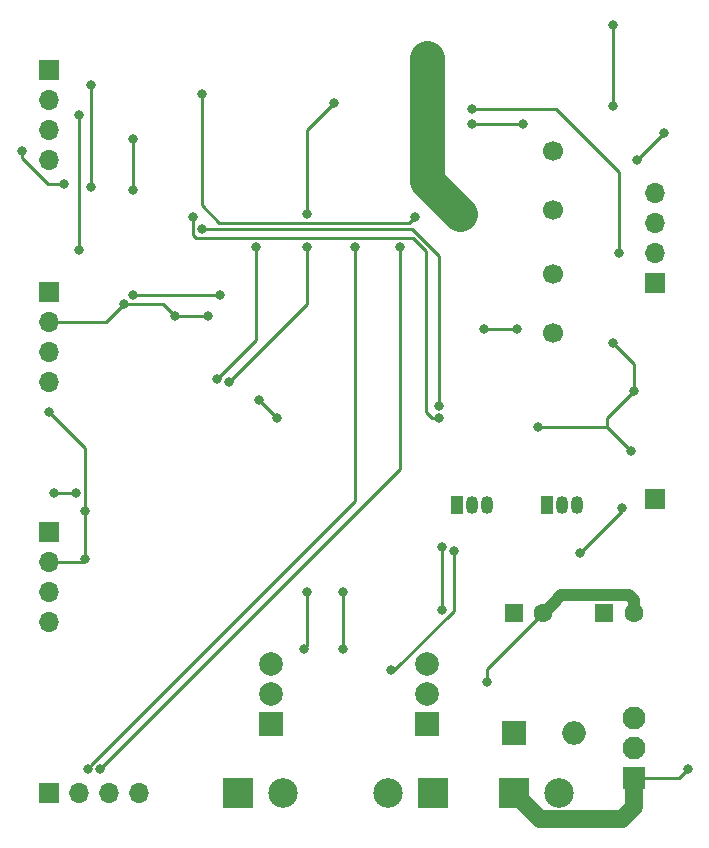
<source format=gbr>
G04 #@! TF.GenerationSoftware,KiCad,Pcbnew,(5.1.5)-3*
G04 #@! TF.CreationDate,2020-05-03T14:35:54+01:00*
G04 #@! TF.ProjectId,RocketTracker,526f636b-6574-4547-9261-636b65722e6b,rev?*
G04 #@! TF.SameCoordinates,Original*
G04 #@! TF.FileFunction,Copper,L2,Bot*
G04 #@! TF.FilePolarity,Positive*
%FSLAX46Y46*%
G04 Gerber Fmt 4.6, Leading zero omitted, Abs format (unit mm)*
G04 Created by KiCad (PCBNEW (5.1.5)-3) date 2020-05-03 14:35:54*
%MOMM*%
%LPD*%
G04 APERTURE LIST*
G04 #@! TA.AperFunction,ComponentPad*
%ADD10C,2.499360*%
G04 #@! TD*
G04 #@! TA.AperFunction,ComponentPad*
%ADD11R,2.499360X2.499360*%
G04 #@! TD*
G04 #@! TA.AperFunction,ComponentPad*
%ADD12R,1.700000X1.700000*%
G04 #@! TD*
G04 #@! TA.AperFunction,ComponentPad*
%ADD13C,1.600000*%
G04 #@! TD*
G04 #@! TA.AperFunction,ComponentPad*
%ADD14R,1.600000X1.600000*%
G04 #@! TD*
G04 #@! TA.AperFunction,ComponentPad*
%ADD15R,2.000000X2.000000*%
G04 #@! TD*
G04 #@! TA.AperFunction,ComponentPad*
%ADD16O,2.000000X2.000000*%
G04 #@! TD*
G04 #@! TA.AperFunction,ComponentPad*
%ADD17O,1.700000X1.700000*%
G04 #@! TD*
G04 #@! TA.AperFunction,ComponentPad*
%ADD18C,2.000000*%
G04 #@! TD*
G04 #@! TA.AperFunction,ComponentPad*
%ADD19O,1.050000X1.500000*%
G04 #@! TD*
G04 #@! TA.AperFunction,ComponentPad*
%ADD20R,1.050000X1.500000*%
G04 #@! TD*
G04 #@! TA.AperFunction,ComponentPad*
%ADD21C,1.700000*%
G04 #@! TD*
G04 #@! TA.AperFunction,ComponentPad*
%ADD22R,1.935000X1.935000*%
G04 #@! TD*
G04 #@! TA.AperFunction,ComponentPad*
%ADD23C,1.935000*%
G04 #@! TD*
G04 #@! TA.AperFunction,ViaPad*
%ADD24C,0.800000*%
G04 #@! TD*
G04 #@! TA.AperFunction,Conductor*
%ADD25C,0.250000*%
G04 #@! TD*
G04 #@! TA.AperFunction,Conductor*
%ADD26C,3.000000*%
G04 #@! TD*
G04 #@! TA.AperFunction,Conductor*
%ADD27C,1.000000*%
G04 #@! TD*
G04 #@! TA.AperFunction,Conductor*
%ADD28C,1.500000*%
G04 #@! TD*
G04 APERTURE END LIST*
D10*
G04 #@! TO.P,J4,2*
G04 #@! TO.N,GND*
X118872000Y-128524000D03*
D11*
G04 #@! TO.P,J4,1*
G04 #@! TO.N,LAUNCH2_OUT*
X115062000Y-128524000D03*
G04 #@! TD*
D10*
G04 #@! TO.P,J3,2*
G04 #@! TO.N,GND*
X127762000Y-128524000D03*
D11*
G04 #@! TO.P,J3,1*
G04 #@! TO.N,LAUNCH1_OUT*
X131572000Y-128524000D03*
G04 #@! TD*
D12*
G04 #@! TO.P,J10,1*
G04 #@! TO.N,Net-(J10-Pad1)*
X150368000Y-103632000D03*
G04 #@! TD*
D13*
G04 #@! TO.P,C2,2*
G04 #@! TO.N,GND*
X140930000Y-113284000D03*
D14*
G04 #@! TO.P,C2,1*
G04 #@! TO.N,+BATT*
X138430000Y-113284000D03*
G04 #@! TD*
G04 #@! TO.P,C3,1*
G04 #@! TO.N,+3V3*
X146090000Y-113284000D03*
D13*
G04 #@! TO.P,C3,2*
G04 #@! TO.N,GND*
X148590000Y-113284000D03*
G04 #@! TD*
D15*
G04 #@! TO.P,D1,1*
G04 #@! TO.N,+BATT*
X138430000Y-123444000D03*
D16*
G04 #@! TO.P,D1,2*
G04 #@! TO.N,Net-(D1-Pad2)*
X143510000Y-123444000D03*
G04 #@! TD*
D12*
G04 #@! TO.P,J1,1*
G04 #@! TO.N,+3V3*
X150368000Y-85344000D03*
D17*
G04 #@! TO.P,J1,2*
G04 #@! TO.N,HW_TX*
X150368000Y-82804000D03*
G04 #@! TO.P,J1,3*
G04 #@! TO.N,HW_RX*
X150368000Y-80264000D03*
G04 #@! TO.P,J1,4*
G04 #@! TO.N,GND*
X150368000Y-77724000D03*
G04 #@! TD*
D12*
G04 #@! TO.P,J2,1*
G04 #@! TO.N,+3V3*
X99060000Y-128524000D03*
D17*
G04 #@! TO.P,J2,2*
G04 #@! TO.N,GPSTX*
X101600000Y-128524000D03*
G04 #@! TO.P,J2,3*
G04 #@! TO.N,GPSRX*
X104140000Y-128524000D03*
G04 #@! TO.P,J2,4*
G04 #@! TO.N,GND*
X106680000Y-128524000D03*
G04 #@! TD*
D12*
G04 #@! TO.P,J5,VCC*
G04 #@! TO.N,+3V3*
X99060000Y-106426000D03*
D17*
G04 #@! TO.P,J5,GND*
G04 #@! TO.N,GND*
X99060000Y-108966000D03*
G04 #@! TO.P,J5,SCL*
G04 #@! TO.N,SCL*
X99060000Y-111506000D03*
G04 #@! TO.P,J5,SDA*
G04 #@! TO.N,SDA*
X99060000Y-114046000D03*
G04 #@! TD*
D11*
G04 #@! TO.P,J7,1*
G04 #@! TO.N,GND*
X138430000Y-128524000D03*
D10*
G04 #@! TO.P,J7,2*
G04 #@! TO.N,Net-(D1-Pad2)*
X142240000Y-128524000D03*
G04 #@! TD*
D17*
G04 #@! TO.P,J8,SDA*
G04 #@! TO.N,SDA*
X99060000Y-74930000D03*
G04 #@! TO.P,J8,SCL*
G04 #@! TO.N,SCL*
X99060000Y-72390000D03*
G04 #@! TO.P,J8,GND*
G04 #@! TO.N,GND*
X99060000Y-69850000D03*
D12*
G04 #@! TO.P,J8,VCC*
G04 #@! TO.N,+3V3*
X99060000Y-67310000D03*
G04 #@! TD*
G04 #@! TO.P,J9,VCC*
G04 #@! TO.N,+3V3*
X99060000Y-86106000D03*
D17*
G04 #@! TO.P,J9,GND*
G04 #@! TO.N,GND*
X99060000Y-88646000D03*
G04 #@! TO.P,J9,SCL*
G04 #@! TO.N,SCL*
X99060000Y-91186000D03*
G04 #@! TO.P,J9,SDA*
G04 #@! TO.N,SDA*
X99060000Y-93726000D03*
G04 #@! TD*
D15*
G04 #@! TO.P,Q1,1*
G04 #@! TO.N,Net-(Q1-Pad1)*
X131064000Y-122682000D03*
D18*
G04 #@! TO.P,Q1,2*
G04 #@! TO.N,LAUNCH1_OUT*
X131064000Y-120142000D03*
G04 #@! TO.P,Q1,3*
G04 #@! TO.N,+BATT*
X131064000Y-117602000D03*
G04 #@! TD*
D19*
G04 #@! TO.P,Q2,2*
G04 #@! TO.N,Net-(Q2-Pad2)*
X142494000Y-104140000D03*
G04 #@! TO.P,Q2,3*
G04 #@! TO.N,Net-(Q2-Pad3)*
X143764000Y-104140000D03*
D20*
G04 #@! TO.P,Q2,1*
G04 #@! TO.N,GND*
X141224000Y-104140000D03*
G04 #@! TD*
D18*
G04 #@! TO.P,Q3,3*
G04 #@! TO.N,+BATT*
X117856000Y-117602000D03*
G04 #@! TO.P,Q3,2*
G04 #@! TO.N,LAUNCH2_OUT*
X117856000Y-120142000D03*
D15*
G04 #@! TO.P,Q3,1*
G04 #@! TO.N,Net-(Q3-Pad1)*
X117856000Y-122682000D03*
G04 #@! TD*
D20*
G04 #@! TO.P,Q4,1*
G04 #@! TO.N,GND*
X133604000Y-104140000D03*
D19*
G04 #@! TO.P,Q4,3*
G04 #@! TO.N,Net-(Q4-Pad3)*
X136144000Y-104140000D03*
G04 #@! TO.P,Q4,2*
G04 #@! TO.N,Net-(Q4-Pad2)*
X134874000Y-104140000D03*
G04 #@! TD*
D21*
G04 #@! TO.P,SW1,1*
G04 #@! TO.N,GND*
X141732000Y-74208000D03*
G04 #@! TO.P,SW1,2*
G04 #@! TO.N,Net-(R1-Pad2)*
X141732000Y-79208000D03*
G04 #@! TD*
G04 #@! TO.P,SW2,2*
G04 #@! TO.N,Net-(SW2-Pad2)*
X141732000Y-89622000D03*
G04 #@! TO.P,SW2,1*
G04 #@! TO.N,GND*
X141732000Y-84622000D03*
G04 #@! TD*
D22*
G04 #@! TO.P,U3,1*
G04 #@! TO.N,GND*
X148590000Y-127254000D03*
D23*
G04 #@! TO.P,U3,2*
G04 #@! TO.N,+3V3*
X148590000Y-124714000D03*
G04 #@! TO.P,U3,3*
G04 #@! TO.N,+BATT*
X148590000Y-122174000D03*
G04 #@! TD*
D24*
G04 #@! TO.N,+3V3*
X146812000Y-63500000D03*
X146812000Y-70358000D03*
X99510001Y-103124000D03*
X101346000Y-103124000D03*
X102616000Y-77216000D03*
X102616000Y-68580000D03*
X106172000Y-73152000D03*
X106172000Y-77470000D03*
G04 #@! TO.N,GND*
X105410000Y-87122000D03*
X102108000Y-108712000D03*
X99060000Y-96266000D03*
X102108000Y-104648000D03*
X100330000Y-76962000D03*
X96774000Y-74168000D03*
X153162000Y-126492000D03*
X136144000Y-119126000D03*
X123952000Y-111506000D03*
X123952000Y-116332000D03*
X120650000Y-116332000D03*
X120904000Y-111506000D03*
X140462000Y-97536000D03*
X148336000Y-99568000D03*
X148590000Y-94488000D03*
X112522000Y-88138000D03*
X109728000Y-88138000D03*
X148844000Y-74930000D03*
X151130000Y-72644000D03*
X146812000Y-90424000D03*
X131064000Y-66294000D03*
X133858000Y-79502000D03*
G04 #@! TO.N,HW_TX*
X134874000Y-70612000D03*
X147320000Y-82804000D03*
G04 #@! TO.N,HW_RX*
X134874000Y-71882000D03*
X139192000Y-71882000D03*
G04 #@! TO.N,GPSTX*
X102362000Y-126492000D03*
X124982154Y-82281846D03*
G04 #@! TO.N,GPSRX*
X103378000Y-126492000D03*
X128778000Y-82296000D03*
G04 #@! TO.N,MOSI*
X114295347Y-93730653D03*
X120904000Y-82296000D03*
X120904000Y-79502000D03*
X123190000Y-70115000D03*
G04 #@! TO.N,MISO*
X113284000Y-93472000D03*
X116586000Y-82296000D03*
G04 #@! TO.N,Net-(J10-Pad1)*
X144018000Y-108204000D03*
X147574000Y-104394000D03*
G04 #@! TO.N,Net-(Q2-Pad3)*
X133350000Y-108021001D03*
X128016000Y-118110000D03*
G04 #@! TO.N,Net-(Q4-Pad3)*
X132334000Y-113030000D03*
X132334000Y-107696000D03*
G04 #@! TO.N,Net-(R1-Pad2)*
X130048000Y-79756000D03*
X112014000Y-69342000D03*
G04 #@! TO.N,LAUNCH1*
X132080000Y-95758000D03*
X112014000Y-80772000D03*
G04 #@! TO.N,LAUNCH2*
X132080000Y-96774000D03*
X111252000Y-79756000D03*
G04 #@! TO.N,Net-(SW2-Pad2)*
X135890000Y-89281000D03*
X138684000Y-89281000D03*
G04 #@! TO.N,SCL*
X101600000Y-82550000D03*
X101600000Y-71120000D03*
G04 #@! TO.N,LORA_DIO0*
X116840000Y-95250000D03*
X118364000Y-96774000D03*
G04 #@! TO.N,LORA_RESET*
X106172000Y-86360000D03*
X113538000Y-86360000D03*
G04 #@! TD*
D25*
G04 #@! TO.N,+3V3*
X146812000Y-63500000D02*
X146812000Y-70358000D01*
X99510001Y-103124000D02*
X101346000Y-103124000D01*
X102616000Y-77216000D02*
X102616000Y-68580000D01*
X106172000Y-73152000D02*
X106172000Y-77470000D01*
G04 #@! TO.N,GND*
X103886000Y-88646000D02*
X99060000Y-88646000D01*
X105410000Y-87122000D02*
X103886000Y-88646000D01*
X101854000Y-108966000D02*
X102108000Y-108712000D01*
X99060000Y-108966000D02*
X101854000Y-108966000D01*
X102108000Y-99314000D02*
X102108000Y-104648000D01*
X99060000Y-96266000D02*
X102108000Y-99314000D01*
X102108000Y-104648000D02*
X102108000Y-108712000D01*
X99764315Y-76962000D02*
X100330000Y-76962000D01*
X99002315Y-76962000D02*
X99764315Y-76962000D01*
X96774000Y-74733685D02*
X99002315Y-76962000D01*
X96774000Y-74168000D02*
X96774000Y-74733685D01*
X152400000Y-127254000D02*
X153162000Y-126492000D01*
X148590000Y-127254000D02*
X152400000Y-127254000D01*
X136144000Y-118070000D02*
X136144000Y-119126000D01*
X140930000Y-113284000D02*
X136144000Y-118070000D01*
X123952000Y-111506000D02*
X123952000Y-116332000D01*
X120904000Y-116078000D02*
X120650000Y-116332000D01*
X120904000Y-111506000D02*
X120904000Y-116078000D01*
X146304000Y-97536000D02*
X148336000Y-99568000D01*
X140462000Y-97536000D02*
X146304000Y-97536000D01*
X146304000Y-97536000D02*
X146304000Y-96774000D01*
X146304000Y-96774000D02*
X148590000Y-94488000D01*
X109728000Y-88138000D02*
X112522000Y-88138000D01*
X108712000Y-87122000D02*
X109728000Y-88138000D01*
X105410000Y-87122000D02*
X108712000Y-87122000D01*
X148844000Y-74930000D02*
X151130000Y-72644000D01*
X148590000Y-92202000D02*
X148590000Y-94488000D01*
X146812000Y-90424000D02*
X148590000Y-92202000D01*
D26*
X131064000Y-76708000D02*
X131064000Y-66294000D01*
X133858000Y-79502000D02*
X131064000Y-76708000D01*
D27*
X148221369Y-111783999D02*
X142430001Y-111783999D01*
X141729999Y-112484001D02*
X140930000Y-113284000D01*
X142430001Y-111783999D02*
X141729999Y-112484001D01*
X148590000Y-112152630D02*
X148221369Y-111783999D01*
X148590000Y-113284000D02*
X148590000Y-112152630D01*
D28*
X140629681Y-130723681D02*
X138430000Y-128524000D01*
X147587819Y-130723681D02*
X140629681Y-130723681D01*
X148590000Y-129721500D02*
X147587819Y-130723681D01*
X148590000Y-127254000D02*
X148590000Y-129721500D01*
D25*
G04 #@! TO.N,HW_TX*
X134874000Y-70612000D02*
X141986000Y-70612000D01*
X141986000Y-70612000D02*
X147320000Y-75946000D01*
X147320000Y-75946000D02*
X147320000Y-82804000D01*
G04 #@! TO.N,HW_RX*
X134874000Y-71882000D02*
X139192000Y-71882000D01*
G04 #@! TO.N,GPSTX*
X102761999Y-126092001D02*
X102362000Y-126492000D01*
X102761999Y-126034999D02*
X102761999Y-126092001D01*
X124982154Y-103814844D02*
X102761999Y-126034999D01*
X124982154Y-82281846D02*
X124982154Y-103814844D01*
G04 #@! TO.N,GPSRX*
X103378000Y-126492000D02*
X128778000Y-101092000D01*
X128778000Y-101092000D02*
X128778000Y-82296000D01*
G04 #@! TO.N,MOSI*
X114295347Y-93730653D02*
X120904000Y-87122000D01*
X120904000Y-87122000D02*
X120904000Y-82296000D01*
X120904000Y-79502000D02*
X120904000Y-72401000D01*
X120904000Y-72401000D02*
X123190000Y-70115000D01*
G04 #@! TO.N,MISO*
X116586000Y-90170000D02*
X113284000Y-93472000D01*
X116586000Y-82296000D02*
X116586000Y-90170000D01*
G04 #@! TO.N,Net-(J10-Pad1)*
X144018000Y-108204000D02*
X147574000Y-104648000D01*
X147574000Y-104648000D02*
X147574000Y-104394000D01*
G04 #@! TO.N,Net-(Q2-Pad3)*
X128327002Y-118110000D02*
X128016000Y-118110000D01*
X133350000Y-108021001D02*
X133350000Y-113087002D01*
X133350000Y-113087002D02*
X128327002Y-118110000D01*
G04 #@! TO.N,Net-(Q4-Pad3)*
X132334000Y-113030000D02*
X132334000Y-107696000D01*
G04 #@! TO.N,Net-(R1-Pad2)*
X129576999Y-80227001D02*
X113501001Y-80227001D01*
X130048000Y-79756000D02*
X129576999Y-80227001D01*
X113501001Y-80227001D02*
X112014000Y-78740000D01*
X112014000Y-78740000D02*
X112014000Y-69342000D01*
G04 #@! TO.N,LAUNCH1*
X112014000Y-80772000D02*
X129794000Y-80772000D01*
X132080000Y-83058000D02*
X132080000Y-95758000D01*
X129794000Y-80772000D02*
X132080000Y-83058000D01*
G04 #@! TO.N,LAUNCH2*
X111252000Y-81280000D02*
X111252000Y-79756000D01*
X111506000Y-81534000D02*
X111252000Y-81280000D01*
X129919590Y-81534000D02*
X111506000Y-81534000D01*
X131514315Y-96774000D02*
X130999795Y-96259480D01*
X132080000Y-96774000D02*
X131514315Y-96774000D01*
X130999795Y-96259480D02*
X130999795Y-82614205D01*
X130999795Y-82614205D02*
X129919590Y-81534000D01*
G04 #@! TO.N,Net-(SW2-Pad2)*
X135890000Y-89281000D02*
X138684000Y-89281000D01*
G04 #@! TO.N,SCL*
X101600000Y-82550000D02*
X101600000Y-72644000D01*
X101600000Y-72644000D02*
X101600000Y-71120000D01*
G04 #@! TO.N,LORA_DIO0*
X116840000Y-95250000D02*
X118364000Y-96774000D01*
G04 #@! TO.N,LORA_RESET*
X106172000Y-86360000D02*
X113538000Y-86360000D01*
G04 #@! TD*
M02*

</source>
